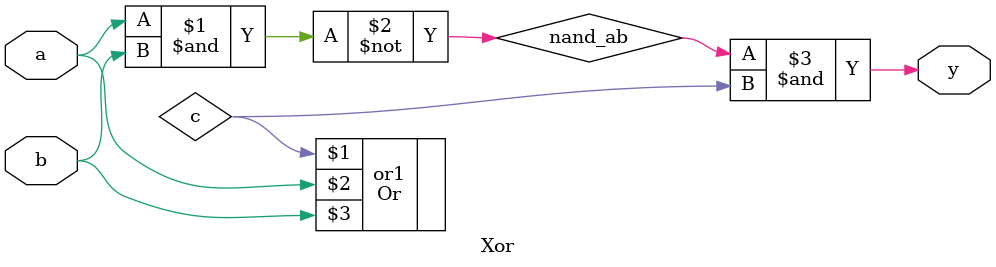
<source format=v>
`default_nettype none

module Xor (
  input wire a,
  input wire b,
  output wire y
);

  wire c, nand_ab;

  nand(nand_ab, a, b);
  Or or1(c, a, b);
  and(y, nand_ab, c);


endmodule


</source>
